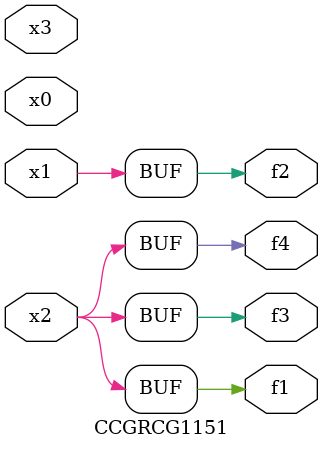
<source format=v>
module CCGRCG1151(
	input x0, x1, x2, x3,
	output f1, f2, f3, f4
);
	assign f1 = x2;
	assign f2 = x1;
	assign f3 = x2;
	assign f4 = x2;
endmodule

</source>
